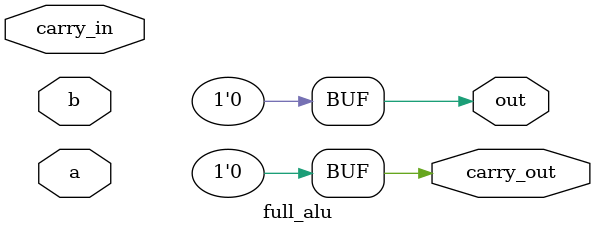
<source format=v>
module full_alu (
    input a,
    input b,
    input carry_in,
    output out,
    output carry_out
);
    // Insert your RTL here to calculate the alu out and carry out bits
    // Remove these assign statements once you write your own RTL
    
    assign out = 1'b0;
    assign carry_out = 1'b0;
endmodule

</source>
